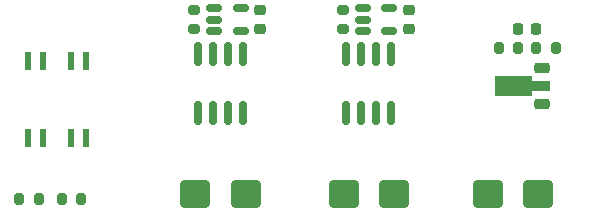
<source format=gbr>
%TF.GenerationSoftware,KiCad,Pcbnew,8.0.8*%
%TF.CreationDate,2025-03-09T17:27:28+01:00*%
%TF.ProjectId,02-dual-high-current-switch,30322d64-7561-46c2-9d68-6967682d6375,rev?*%
%TF.SameCoordinates,Original*%
%TF.FileFunction,Paste,Bot*%
%TF.FilePolarity,Positive*%
%FSLAX46Y46*%
G04 Gerber Fmt 4.6, Leading zero omitted, Abs format (unit mm)*
G04 Created by KiCad (PCBNEW 8.0.8) date 2025-03-09 17:27:28*
%MOMM*%
%LPD*%
G01*
G04 APERTURE LIST*
G04 Aperture macros list*
%AMRoundRect*
0 Rectangle with rounded corners*
0 $1 Rounding radius*
0 $2 $3 $4 $5 $6 $7 $8 $9 X,Y pos of 4 corners*
0 Add a 4 corners polygon primitive as box body*
4,1,4,$2,$3,$4,$5,$6,$7,$8,$9,$2,$3,0*
0 Add four circle primitives for the rounded corners*
1,1,$1+$1,$2,$3*
1,1,$1+$1,$4,$5*
1,1,$1+$1,$6,$7*
1,1,$1+$1,$8,$9*
0 Add four rect primitives between the rounded corners*
20,1,$1+$1,$2,$3,$4,$5,0*
20,1,$1+$1,$4,$5,$6,$7,0*
20,1,$1+$1,$6,$7,$8,$9,0*
20,1,$1+$1,$8,$9,$2,$3,0*%
%AMFreePoly0*
4,1,9,3.862500,-0.866500,0.737500,-0.866500,0.737500,-0.450000,-0.737500,-0.450000,-0.737500,0.450000,0.737500,0.450000,0.737500,0.866500,3.862500,0.866500,3.862500,-0.866500,3.862500,-0.866500,$1*%
G04 Aperture macros list end*
%ADD10RoundRect,0.200000X-0.200000X-0.275000X0.200000X-0.275000X0.200000X0.275000X-0.200000X0.275000X0*%
%ADD11RoundRect,0.250000X1.000000X0.900000X-1.000000X0.900000X-1.000000X-0.900000X1.000000X-0.900000X0*%
%ADD12RoundRect,0.200000X-0.275000X0.200000X-0.275000X-0.200000X0.275000X-0.200000X0.275000X0.200000X0*%
%ADD13RoundRect,0.137500X0.137500X-0.662500X0.137500X0.662500X-0.137500X0.662500X-0.137500X-0.662500X0*%
%ADD14RoundRect,0.150000X-0.150000X0.825000X-0.150000X-0.825000X0.150000X-0.825000X0.150000X0.825000X0*%
%ADD15RoundRect,0.150000X-0.512500X-0.150000X0.512500X-0.150000X0.512500X0.150000X-0.512500X0.150000X0*%
%ADD16RoundRect,0.225000X0.425000X0.225000X-0.425000X0.225000X-0.425000X-0.225000X0.425000X-0.225000X0*%
%ADD17FreePoly0,180.000000*%
%ADD18RoundRect,0.225000X0.225000X0.250000X-0.225000X0.250000X-0.225000X-0.250000X0.225000X-0.250000X0*%
%ADD19RoundRect,0.225000X0.250000X-0.225000X0.250000X0.225000X-0.250000X0.225000X-0.250000X-0.225000X0*%
G04 APERTURE END LIST*
D10*
%TO.C,R6*%
X208075000Y-123900000D03*
X209725000Y-123900000D03*
%TD*%
D11*
%TO.C,D3*%
X199250000Y-136300000D03*
X194950000Y-136300000D03*
%TD*%
D12*
%TO.C,R4*%
X194900000Y-120675000D03*
X194900000Y-122325000D03*
%TD*%
D13*
%TO.C,U1*%
X169535000Y-131550000D03*
X168265000Y-131550000D03*
X168265000Y-125050000D03*
X169535000Y-125050000D03*
%TD*%
D10*
%TO.C,R2*%
X171075000Y-136700000D03*
X172725000Y-136700000D03*
%TD*%
D14*
%TO.C,Q1*%
X182595000Y-124425000D03*
X183865000Y-124425000D03*
X185135000Y-124425000D03*
X186405000Y-124425000D03*
X186405000Y-129375000D03*
X185135000Y-129375000D03*
X183865000Y-129375000D03*
X182595000Y-129375000D03*
%TD*%
D12*
%TO.C,R3*%
X182300000Y-120675000D03*
X182300000Y-122325000D03*
%TD*%
D13*
%TO.C,U2*%
X173135000Y-131550000D03*
X171865000Y-131550000D03*
X171865000Y-125050000D03*
X173135000Y-125050000D03*
%TD*%
D11*
%TO.C,D1*%
X211450000Y-136300000D03*
X207150000Y-136300000D03*
%TD*%
D15*
%TO.C,U5*%
X196562500Y-122449999D03*
X196562500Y-121500000D03*
X196562500Y-120550001D03*
X198837500Y-120550001D03*
X198837500Y-122449999D03*
%TD*%
D10*
%TO.C,R1*%
X167475000Y-136700000D03*
X169125000Y-136700000D03*
%TD*%
D15*
%TO.C,U4*%
X183962500Y-122449999D03*
X183962500Y-121500000D03*
X183962500Y-120550001D03*
X186237500Y-120550001D03*
X186237500Y-122449999D03*
%TD*%
D16*
%TO.C,U3*%
X211750000Y-125637500D03*
D17*
X211662500Y-127137500D03*
D16*
X211750000Y-128637500D03*
%TD*%
D18*
%TO.C,C1*%
X211275000Y-122300000D03*
X209725000Y-122300000D03*
%TD*%
D19*
%TO.C,C2*%
X187900000Y-122275000D03*
X187900000Y-120725000D03*
%TD*%
D14*
%TO.C,Q2*%
X195195000Y-124425000D03*
X196465000Y-124425000D03*
X197735000Y-124425000D03*
X199005000Y-124425000D03*
X199005000Y-129375000D03*
X197735000Y-129375000D03*
X196465000Y-129375000D03*
X195195000Y-129375000D03*
%TD*%
D19*
%TO.C,C3*%
X200500000Y-122275000D03*
X200500000Y-120725000D03*
%TD*%
D11*
%TO.C,D2*%
X186650000Y-136237500D03*
X182350000Y-136237500D03*
%TD*%
D10*
%TO.C,R5*%
X211275000Y-123900000D03*
X212925000Y-123900000D03*
%TD*%
M02*

</source>
